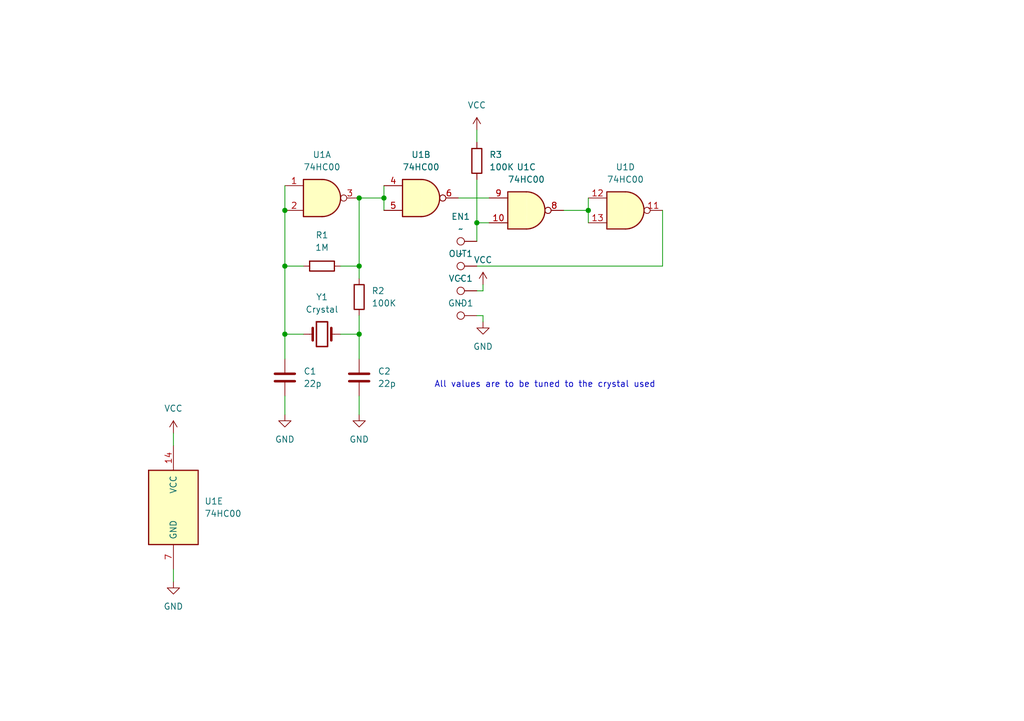
<source format=kicad_sch>
(kicad_sch (version 20231120) (generator "eeschema") (generator_version "8.0")
  (paper "A5")
  (lib_symbols
    (symbol "74xx:74HC00" (pin_names (offset 1.016))
      (property "Reference" "U" (at 0 1.27 0))
      (property "Value" "74HC00" (at 0 -1.27 0))
      (symbol "74HC00_1_1"
        (arc (start 0 -3.81) (mid 3.7934 0) (end 0 3.81) (stroke (width 0.254)) (fill (type background)))
        (polyline (pts (xy 0 3.81) (xy -3.81 3.81) (xy -3.81 -3.81) (xy 0 -3.81)) (stroke (width 0.254)) (fill (type background)))
        (pin input line (at -7.62 2.54 0) (length 3.81) (name "~") (number "1"))
        (pin input line (at -7.62 -2.54 0) (length 3.81) (name "~") (number "2"))
        (pin output inverted (at 7.62 0 180) (length 3.81) (name "~") (number "3"))
      )
      (symbol "74HC00_1_2"
        (arc (start -3.81 -3.81) (mid -2.589 0) (end -3.81 3.81) (stroke (width 0.254)))
        (arc (start -0.6096 -3.81) (mid 2.1842 -2.5851) (end 3.81 0) (stroke (width 0.254)) (fill (type background)))
        (polyline (pts (xy -3.81 -3.81) (xy -0.635 -3.81)) (stroke (width 0.254)) (fill (type background)))
        (polyline (pts (xy -3.81 3.81) (xy -0.635 3.81)) (stroke (width 0.254)) (fill (type background)))
        (polyline (pts (xy -0.635 3.81) (xy -3.81 3.81) (xy -3.81 3.81) (xy -3.556 3.4036) (xy -3.0226 2.2606) (xy -2.6924 1.0414) (xy -2.6162 -0.254) (xy -2.7686 -1.4986) (xy -3.175 -2.7178) (xy -3.81 -3.81) (xy -3.81 -3.81) (xy -0.635 -3.81)) (stroke (width -25.4)) (fill (type background)))
        (arc (start 3.81 0) (mid 2.1915 2.5936) (end -0.6096 3.81) (stroke (width 0.254)) (fill (type background)))
        (pin input inverted (at -7.62 2.54 0) (length 4.318) (name "~") (number "1"))
        (pin input inverted (at -7.62 -2.54 0) (length 4.318) (name "~") (number "2"))
        (pin output line (at 7.62 0 180) (length 3.81) (name "~") (number "3"))
      )
      (symbol "74HC00_2_1"
        (arc (start 0 -3.81) (mid 3.7934 0) (end 0 3.81) (stroke (width 0.254)) (fill (type background)))
        (polyline (pts (xy 0 3.81) (xy -3.81 3.81) (xy -3.81 -3.81) (xy 0 -3.81)) (stroke (width 0.254)) (fill (type background)))
        (pin input line (at -7.62 2.54 0) (length 3.81) (name "~") (number "4"))
        (pin input line (at -7.62 -2.54 0) (length 3.81) (name "~") (number "5"))
        (pin output inverted (at 7.62 0 180) (length 3.81) (name "~") (number "6"))
      )
      (symbol "74HC00_2_2"
        (arc (start -3.81 -3.81) (mid -2.589 0) (end -3.81 3.81) (stroke (width 0.254)))
        (arc (start -0.6096 -3.81) (mid 2.1842 -2.5851) (end 3.81 0) (stroke (width 0.254)) (fill (type background)))
        (polyline (pts (xy -3.81 -3.81) (xy -0.635 -3.81)) (stroke (width 0.254)) (fill (type background)))
        (polyline (pts (xy -3.81 3.81) (xy -0.635 3.81)) (stroke (width 0.254)) (fill (type background)))
        (polyline (pts (xy -0.635 3.81) (xy -3.81 3.81) (xy -3.81 3.81) (xy -3.556 3.4036) (xy -3.0226 2.2606) (xy -2.6924 1.0414) (xy -2.6162 -0.254) (xy -2.7686 -1.4986) (xy -3.175 -2.7178) (xy -3.81 -3.81) (xy -3.81 -3.81) (xy -0.635 -3.81)) (stroke (width -25.4)) (fill (type background)))
        (arc (start 3.81 0) (mid 2.1915 2.5936) (end -0.6096 3.81) (stroke (width 0.254)) (fill (type background)))
        (pin input inverted (at -7.62 2.54 0) (length 4.318) (name "~") (number "4"))
        (pin input inverted (at -7.62 -2.54 0) (length 4.318) (name "~") (number "5"))
        (pin output line (at 7.62 0 180) (length 3.81) (name "~") (number "6"))
      )
      (symbol "74HC00_3_1"
        (arc (start 0 -3.81) (mid 3.7934 0) (end 0 3.81) (stroke (width 0.254)) (fill (type background)))
        (polyline (pts (xy 0 3.81) (xy -3.81 3.81) (xy -3.81 -3.81) (xy 0 -3.81)) (stroke (width 0.254)) (fill (type background)))
        (pin input line (at -7.62 -2.54 0) (length 3.81) (name "~") (number "10"))
        (pin output inverted (at 7.62 0 180) (length 3.81) (name "~") (number "8"))
        (pin input line (at -7.62 2.54 0) (length 3.81) (name "~") (number "9"))
      )
      (symbol "74HC00_3_2"
        (arc (start -3.81 -3.81) (mid -2.589 0) (end -3.81 3.81) (stroke (width 0.254)))
        (arc (start -0.6096 -3.81) (mid 2.1842 -2.5851) (end 3.81 0) (stroke (width 0.254)) (fill (type background)))
        (polyline (pts (xy -3.81 -3.81) (xy -0.635 -3.81)) (stroke (width 0.254)) (fill (type background)))
        (polyline (pts (xy -3.81 3.81) (xy -0.635 3.81)) (stroke (width 0.254)) (fill (type background)))
        (polyline (pts (xy -0.635 3.81) (xy -3.81 3.81) (xy -3.81 3.81) (xy -3.556 3.4036) (xy -3.0226 2.2606) (xy -2.6924 1.0414) (xy -2.6162 -0.254) (xy -2.7686 -1.4986) (xy -3.175 -2.7178) (xy -3.81 -3.81) (xy -3.81 -3.81) (xy -0.635 -3.81)) (stroke (width -25.4)) (fill (type background)))
        (arc (start 3.81 0) (mid 2.1915 2.5936) (end -0.6096 3.81) (stroke (width 0.254)) (fill (type background)))
        (pin input inverted (at -7.62 -2.54 0) (length 4.318) (name "~") (number "10"))
        (pin output line (at 7.62 0 180) (length 3.81) (name "~") (number "8"))
        (pin input inverted (at -7.62 2.54 0) (length 4.318) (name "~") (number "9"))
      )
      (symbol "74HC00_4_1"
        (arc (start 0 -3.81) (mid 3.7934 0) (end 0 3.81) (stroke (width 0.254)) (fill (type background)))
        (polyline (pts (xy 0 3.81) (xy -3.81 3.81) (xy -3.81 -3.81) (xy 0 -3.81)) (stroke (width 0.254)) (fill (type background)))
        (pin output inverted (at 7.62 0 180) (length 3.81) (name "~") (number "11"))
        (pin input line (at -7.62 2.54 0) (length 3.81) (name "~") (number "12"))
        (pin input line (at -7.62 -2.54 0) (length 3.81) (name "~") (number "13"))
      )
      (symbol "74HC00_4_2"
        (arc (start -3.81 -3.81) (mid -2.589 0) (end -3.81 3.81) (stroke (width 0.254)))
        (arc (start -0.6096 -3.81) (mid 2.1842 -2.5851) (end 3.81 0) (stroke (width 0.254)) (fill (type background)))
        (polyline (pts (xy -3.81 -3.81) (xy -0.635 -3.81)) (stroke (width 0.254)) (fill (type background)))
        (polyline (pts (xy -3.81 3.81) (xy -0.635 3.81)) (stroke (width 0.254)) (fill (type background)))
        (polyline (pts (xy -0.635 3.81) (xy -3.81 3.81) (xy -3.81 3.81) (xy -3.556 3.4036) (xy -3.0226 2.2606) (xy -2.6924 1.0414) (xy -2.6162 -0.254) (xy -2.7686 -1.4986) (xy -3.175 -2.7178) (xy -3.81 -3.81) (xy -3.81 -3.81) (xy -0.635 -3.81)) (stroke (width -25.4)) (fill (type background)))
        (arc (start 3.81 0) (mid 2.1915 2.5936) (end -0.6096 3.81) (stroke (width 0.254)) (fill (type background)))
        (pin output line (at 7.62 0 180) (length 3.81) (name "~") (number "11"))
        (pin input inverted (at -7.62 2.54 0) (length 4.318) (name "~") (number "12"))
        (pin input inverted (at -7.62 -2.54 0) (length 4.318) (name "~") (number "13"))
      )
      (symbol "74HC00_5_0"
        (pin power_in line (at 0 12.7 270) (length 5.08) (name "VCC") (number "14"))
        (pin power_in line (at 0 -12.7 90) (length 5.08) (name "GND") (number "7"))
      )
      (symbol "74HC00_5_1"
        (rectangle (start -5.08 7.62) (end 5.08 -7.62) (stroke (width 0.254)) (fill (type background)))
      )
    )
    (symbol "Connector:TestPoint" (pin_numbers hide) (pin_names (offset 0.762) hide)
      (property "Reference" "TP" (at 0 6.858 0))
      (property "Value" "TestPoint" (at 0 5.08 0))
      (symbol "TestPoint_0_1"
        (circle (center 0 3.302) (radius 0.762))
      )
      (symbol "TestPoint_1_1"
        (pin passive line (at 0 0 90) (length 2.54) (name "1") (number "1"))
      )
    )
    (symbol "Device:C" (pin_numbers hide) (pin_names (offset 0.254))
      (property "Reference" "C" (at 0.635 2.54 0))
      (property "Value" "C" (at 0.635 -2.54 0))
      (symbol "C_0_1"
        (polyline (pts (xy -2.032 -0.762) (xy 2.032 -0.762)) (stroke (width 0.508)))
        (polyline (pts (xy -2.032 0.762) (xy 2.032 0.762)) (stroke (width 0.508)))
      )
      (symbol "C_1_1"
        (pin passive line (at 0 3.81 270) (length 2.794) (name "~") (number "1"))
        (pin passive line (at 0 -3.81 90) (length 2.794) (name "~") (number "2"))
      )
    )
    (symbol "Device:Crystal" (pin_numbers hide) (pin_names (offset 1.016) hide)
      (property "Reference" "Y" (at 0 3.81 0))
      (property "Value" "Crystal" (at 0 -3.81 0))
      (symbol "Crystal_0_1"
        (rectangle (start -1.143 2.54) (end 1.143 -2.54) (stroke (width 0.3048)))
        (polyline (pts (xy -2.54 0) (xy -1.905 0)))
        (polyline (pts (xy -1.905 -1.27) (xy -1.905 1.27)) (stroke (width 0.508)))
        (polyline (pts (xy 1.905 -1.27) (xy 1.905 1.27)) (stroke (width 0.508)))
        (polyline (pts (xy 2.54 0) (xy 1.905 0)))
      )
      (symbol "Crystal_1_1"
        (pin passive line (at -3.81 0 0) (length 1.27) (name "1") (number "1"))
        (pin passive line (at 3.81 0 180) (length 1.27) (name "2") (number "2"))
      )
    )
    (symbol "Device:R" (pin_numbers hide) (pin_names (offset 0))
      (property "Reference" "R" (at 2.032 0 90))
      (property "Value" "R" (at 0 0 90))
      (symbol "R_0_1"
        (rectangle (start -1.016 -2.54) (end 1.016 2.54) (stroke (width 0.254)))
      )
      (symbol "R_1_1"
        (pin passive line (at 0 3.81 270) (length 1.27) (name "~") (number "1"))
        (pin passive line (at 0 -3.81 90) (length 1.27) (name "~") (number "2"))
      )
    )
    (symbol "power:GND" (power) (pin_names (offset 0))
      (property "Value" "GND" (at 0 -3.81 0))
      (symbol "GND_0_1"
        (polyline (pts (xy 0 0) (xy 0 -1.27) (xy 1.27 -1.27) (xy 0 -2.54) (xy -1.27 -1.27) (xy 0 -1.27)))
      )
      (symbol "GND_1_1"
        (pin power_in line (at 0 0 270) (length 0) hide (name "GND") (number "1"))
      )
    )
    (symbol "power:VCC" (power) (pin_names (offset 0))
      (property "Value" "VCC" (at 0 3.81 0))
      (symbol "VCC_0_1"
        (polyline (pts (xy -0.762 1.27) (xy 0 2.54)))
        (polyline (pts (xy 0 0) (xy 0 2.54)))
        (polyline (pts (xy 0 2.54) (xy 0.762 1.27)))
      )
      (symbol "VCC_1_1"
        (pin power_in line (at 0 0 90) (length 0) hide (name "VCC") (number "1"))
      )
    )
  )
  (junction (at 73.66 68.58))
  (junction (at 97.79 45.72))
  (junction (at 58.42 54.61))
  (junction (at 120.65 43.18))
  (junction (at 73.66 40.64))
  (junction (at 78.74 40.64))
  (junction (at 58.42 68.58))
  (junction (at 58.42 43.18))
  (junction (at 73.66 54.61))
  (wire (pts (xy 73.66 64.77) (xy 73.66 68.58)))
  (wire (pts (xy 97.79 45.72) (xy 100.33 45.72)))
  (wire (pts (xy 73.66 40.64) (xy 78.74 40.64)))
  (wire (pts (xy 73.66 81.28) (xy 73.66 85.09)))
  (wire (pts (xy 135.89 54.61) (xy 135.89 43.18)))
  (wire (pts (xy 58.42 68.58) (xy 62.23 68.58)))
  (wire (pts (xy 120.65 43.18) (xy 120.65 45.72)))
  (wire (pts (xy 115.57 43.18) (xy 120.65 43.18)))
  (wire (pts (xy 73.66 73.66) (xy 73.66 68.58)))
  (wire (pts (xy 58.42 73.66) (xy 58.42 68.58)))
  (wire (pts (xy 58.42 54.61) (xy 58.42 68.58)))
  (wire (pts (xy 35.56 88.9) (xy 35.56 91.44)))
  (wire (pts (xy 120.65 40.64) (xy 120.65 43.18)))
  (wire (pts (xy 97.79 59.69) (xy 99.06 59.69)))
  (wire (pts (xy 69.85 68.58) (xy 73.66 68.58)))
  (wire (pts (xy 35.56 116.84) (xy 35.56 119.38)))
  (wire (pts (xy 73.66 54.61) (xy 73.66 57.15)))
  (wire (pts (xy 93.98 40.64) (xy 100.33 40.64)))
  (wire (pts (xy 97.79 49.53) (xy 97.79 45.72)))
  (wire (pts (xy 73.66 40.64) (xy 73.66 54.61)))
  (wire (pts (xy 97.79 64.77) (xy 99.06 64.77)))
  (wire (pts (xy 97.79 26.67) (xy 97.79 29.21)))
  (wire (pts (xy 97.79 36.83) (xy 97.79 45.72)))
  (wire (pts (xy 99.06 59.69) (xy 99.06 58.42)))
  (wire (pts (xy 78.74 38.1) (xy 78.74 40.64)))
  (wire (pts (xy 99.06 64.77) (xy 99.06 66.04)))
  (wire (pts (xy 69.85 54.61) (xy 73.66 54.61)))
  (wire (pts (xy 58.42 43.18) (xy 58.42 54.61)))
  (wire (pts (xy 58.42 38.1) (xy 58.42 43.18)))
  (wire (pts (xy 58.42 81.28) (xy 58.42 85.09)))
  (wire (pts (xy 78.74 43.18) (xy 78.74 40.64)))
  (wire (pts (xy 58.42 54.61) (xy 62.23 54.61)))
  (wire (pts (xy 97.79 54.61) (xy 135.89 54.61)))
  (text "All values are to be tuned to the crystal used" (at 111.76 78.994 0) (effects (font (size 1.27 1.27))))
  (symbol (lib_id "power:GND") (at 99.06 66.04 0) (unit 1)
    (property "Reference" "#PWR06" (effects (hide yes)))
    (property "Value" "GND" (at 99.06 71.12 0))
  )
  (symbol (lib_id "Device:R") (at 73.66 60.96 0) (unit 1)
    (property "Reference" "R2" (at 76.2 59.69 0) (effects (justify left)))
    (property "Value" "100K" (at 76.2 62.23 0) (effects (justify left)))
    (property "Footprint" "Resistor_SMD:R_0805_2012Metric_Pad1.20x1.40mm_HandSolder" (effects (hide yes)))
  )
  (symbol (lib_id "74xx:74HC00") (at 66.04 40.64 0) (unit 1)
    (property "Reference" "U1" (at 66.0317 31.75 0))
    (property "Value" "74HC00" (at 66.0317 34.29 0))
    (property "Footprint" "Package_SO:SO-14_3.9x8.65mm_P1.27mm" (effects (hide yes)))
    (property "Datasheet" "http://www.ti.com/lit/gpn/sn74hc00" (effects (hide yes)))
  )
  (symbol (lib_id "Device:Crystal") (at 66.04 68.58 0) (unit 1)
    (property "Reference" "Y1" (at 66.04 60.96 0))
    (property "Value" "Crystal" (at 66.04 63.5 0))
    (property "Footprint" "Crystal:Crystal_SMD_HC49-SD_HandSoldering" (effects (hide yes)))
  )
  (symbol (lib_id "Device:R") (at 97.79 33.02 0) (unit 1)
    (property "Reference" "R3" (at 100.33 31.75 0) (effects (justify left)))
    (property "Value" "100K" (at 100.33 34.29 0) (effects (justify left)))
    (property "Footprint" "Resistor_SMD:R_0805_2012Metric_Pad1.20x1.40mm_HandSolder" (effects (hide yes)))
  )
  (symbol (lib_id "power:GND") (at 73.66 85.09 0) (unit 1)
    (property "Reference" "#PWR03" (effects (hide yes)))
    (property "Value" "GND" (at 73.66 90.17 0))
  )
  (symbol (lib_id "power:GND") (at 35.56 119.38 0) (unit 1)
    (property "Reference" "#PWR04" (effects (hide yes)))
    (property "Value" "GND" (at 35.56 124.46 0))
  )
  (symbol (lib_id "power:VCC") (at 97.79 26.67 0) (unit 1)
    (property "Reference" "#PWR07" (effects (hide yes)))
    (property "Value" "VCC" (at 97.79 21.59 0))
  )
  (symbol (lib_id "74xx:74HC00") (at 35.56 104.14 0) (unit 5)
    (property "Reference" "U1" (at 41.91 102.87 0) (effects (justify left)))
    (property "Value" "74HC00" (at 41.91 105.41 0) (effects (justify left)))
    (property "Footprint" "Package_SO:SO-14_3.9x8.65mm_P1.27mm" (effects (hide yes)))
    (property "Datasheet" "http://www.ti.com/lit/gpn/sn74hc00" (effects (hide yes)))
  )
  (symbol (lib_id "Device:C") (at 73.66 77.47 0) (unit 1)
    (property "Reference" "C2" (at 77.47 76.2 0) (effects (justify left)))
    (property "Value" "22p" (at 77.47 78.74 0) (effects (justify left)))
    (property "Footprint" "Capacitor_SMD:C_0805_2012Metric_Pad1.18x1.45mm_HandSolder" (effects (hide yes)))
  )
  (symbol (lib_id "Connector:TestPoint") (at 97.79 54.61 90) (unit 1)
    (property "Reference" "OUT1" (at 94.488 52.07 90))
    (property "Value" "~" (at 94.488 52.07 90))
    (property "Footprint" "TestPoint:TestPoint_THTPad_D2.0mm_Drill1.0mm" (effects (hide yes)))
  )
  (symbol (lib_id "74xx:74HC00") (at 107.95 43.18 0) (unit 3)
    (property "Reference" "U1" (at 107.9417 34.29 0))
    (property "Value" "74HC00" (at 107.9417 36.83 0))
    (property "Footprint" "Package_SO:SO-14_3.9x8.65mm_P1.27mm" (effects (hide yes)))
    (property "Datasheet" "http://www.ti.com/lit/gpn/sn74hc00" (effects (hide yes)))
  )
  (symbol (lib_id "Connector:TestPoint") (at 97.79 49.53 90) (unit 1)
    (property "Reference" "EN1" (at 94.488 44.45 90))
    (property "Value" "~" (at 94.488 46.99 90))
    (property "Footprint" "TestPoint:TestPoint_THTPad_D2.0mm_Drill1.0mm" (effects (hide yes)))
  )
  (symbol (lib_id "power:GND") (at 58.42 85.09 0) (unit 1)
    (property "Reference" "#PWR02" (effects (hide yes)))
    (property "Value" "GND" (at 58.42 90.17 0))
  )
  (symbol (lib_id "74xx:74HC00") (at 86.36 40.64 0) (unit 2)
    (property "Reference" "U1" (at 86.3517 31.75 0))
    (property "Value" "74HC00" (at 86.3517 34.29 0))
    (property "Footprint" "Package_SO:SO-14_3.9x8.65mm_P1.27mm" (effects (hide yes)))
    (property "Datasheet" "http://www.ti.com/lit/gpn/sn74hc00" (effects (hide yes)))
  )
  (symbol (lib_id "Connector:TestPoint") (at 97.79 64.77 90) (unit 1)
    (property "Reference" "GND1" (at 94.488 62.23 90))
    (property "Value" "~" (at 94.488 62.23 90))
    (property "Footprint" "TestPoint:TestPoint_THTPad_D2.0mm_Drill1.0mm" (effects (hide yes)))
  )
  (symbol (lib_id "Device:R") (at 66.04 54.61 90) (unit 1)
    (property "Reference" "R1" (at 66.04 48.26 90))
    (property "Value" "1M" (at 66.04 50.8 90))
    (property "Footprint" "Resistor_SMD:R_0805_2012Metric_Pad1.20x1.40mm_HandSolder" (effects (hide yes)))
  )
  (symbol (lib_id "power:VCC") (at 35.56 88.9 0) (unit 1)
    (property "Reference" "#PWR01" (effects (hide yes)))
    (property "Value" "VCC" (at 35.56 83.82 0))
  )
  (symbol (lib_id "power:VCC") (at 99.06 58.42 0) (unit 1)
    (property "Reference" "#PWR05" (effects (hide yes)))
    (property "Value" "VCC" (at 99.06 53.34 0))
  )
  (symbol (lib_id "Connector:TestPoint") (at 97.79 59.69 90) (unit 1)
    (property "Reference" "VCC1" (at 94.488 57.15 90))
    (property "Value" "~" (at 94.488 57.15 90))
    (property "Footprint" "TestPoint:TestPoint_THTPad_D2.0mm_Drill1.0mm" (effects (hide yes)))
  )
  (symbol (lib_id "74xx:74HC00") (at 128.27 43.18 0) (unit 4)
    (property "Reference" "U1" (at 128.2617 34.29 0))
    (property "Value" "74HC00" (at 128.2617 36.83 0))
    (property "Footprint" "Package_SO:SO-14_3.9x8.65mm_P1.27mm" (effects (hide yes)))
    (property "Datasheet" "http://www.ti.com/lit/gpn/sn74hc00" (effects (hide yes)))
  )
  (symbol (lib_id "Device:C") (at 58.42 77.47 0) (unit 1)
    (property "Reference" "C1" (at 62.23 76.2 0) (effects (justify left)))
    (property "Value" "22p" (at 62.23 78.74 0) (effects (justify left)))
    (property "Footprint" "Capacitor_SMD:C_0805_2012Metric_Pad1.18x1.45mm_HandSolder" (effects (hide yes)))
  )
)
</source>
